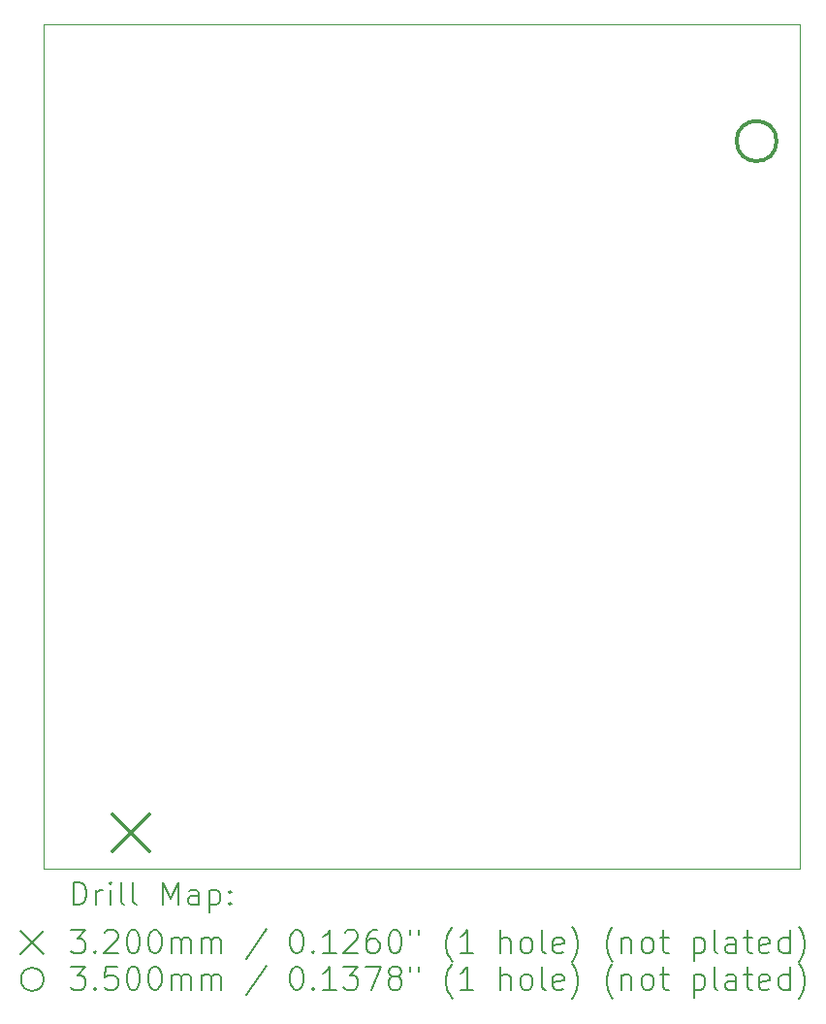
<source format=gbr>
%FSLAX45Y45*%
G04 Gerber Fmt 4.5, Leading zero omitted, Abs format (unit mm)*
G04 Created by KiCad (PCBNEW (5.99.0-9618-g5ca7a2c457)) date 2021-03-10 23:01:31*
%MOMM*%
%LPD*%
G01*
G04 APERTURE LIST*
%TA.AperFunction,Profile*%
%ADD10C,0.050000*%
%TD*%
%ADD11C,0.200000*%
%ADD12C,0.320000*%
%ADD13C,0.350000*%
G04 APERTURE END LIST*
D10*
X10160000Y-9525000D02*
X10160000Y-15113000D01*
X16764000Y-7747000D02*
X16764000Y-9525000D01*
X10160000Y-9525000D02*
X10160000Y-7747000D01*
X10160000Y-7747000D02*
X13335000Y-7747000D01*
X13335000Y-7747000D02*
X16764000Y-7747000D01*
X10160000Y-15113000D02*
X16764000Y-15113000D01*
X16764000Y-15113000D02*
X16764000Y-9525000D01*
D11*
D12*
X10762000Y-14635500D02*
X11082000Y-14955500D01*
X11082000Y-14635500D02*
X10762000Y-14955500D01*
D13*
X16558000Y-8763000D02*
G75*
G03*
X16558000Y-8763000I-175000J0D01*
G01*
D11*
X10415119Y-15425976D02*
X10415119Y-15225976D01*
X10462738Y-15225976D01*
X10491310Y-15235500D01*
X10510357Y-15254548D01*
X10519881Y-15273595D01*
X10529405Y-15311690D01*
X10529405Y-15340262D01*
X10519881Y-15378357D01*
X10510357Y-15397405D01*
X10491310Y-15416452D01*
X10462738Y-15425976D01*
X10415119Y-15425976D01*
X10615119Y-15425976D02*
X10615119Y-15292643D01*
X10615119Y-15330738D02*
X10624643Y-15311690D01*
X10634167Y-15302167D01*
X10653214Y-15292643D01*
X10672262Y-15292643D01*
X10738929Y-15425976D02*
X10738929Y-15292643D01*
X10738929Y-15225976D02*
X10729405Y-15235500D01*
X10738929Y-15245024D01*
X10748452Y-15235500D01*
X10738929Y-15225976D01*
X10738929Y-15245024D01*
X10862738Y-15425976D02*
X10843690Y-15416452D01*
X10834167Y-15397405D01*
X10834167Y-15225976D01*
X10967500Y-15425976D02*
X10948452Y-15416452D01*
X10938929Y-15397405D01*
X10938929Y-15225976D01*
X11196071Y-15425976D02*
X11196071Y-15225976D01*
X11262738Y-15368833D01*
X11329405Y-15225976D01*
X11329405Y-15425976D01*
X11510357Y-15425976D02*
X11510357Y-15321214D01*
X11500833Y-15302167D01*
X11481786Y-15292643D01*
X11443690Y-15292643D01*
X11424643Y-15302167D01*
X11510357Y-15416452D02*
X11491309Y-15425976D01*
X11443690Y-15425976D01*
X11424643Y-15416452D01*
X11415119Y-15397405D01*
X11415119Y-15378357D01*
X11424643Y-15359309D01*
X11443690Y-15349786D01*
X11491309Y-15349786D01*
X11510357Y-15340262D01*
X11605595Y-15292643D02*
X11605595Y-15492643D01*
X11605595Y-15302167D02*
X11624643Y-15292643D01*
X11662738Y-15292643D01*
X11681786Y-15302167D01*
X11691309Y-15311690D01*
X11700833Y-15330738D01*
X11700833Y-15387881D01*
X11691309Y-15406928D01*
X11681786Y-15416452D01*
X11662738Y-15425976D01*
X11624643Y-15425976D01*
X11605595Y-15416452D01*
X11786548Y-15406928D02*
X11796071Y-15416452D01*
X11786548Y-15425976D01*
X11777024Y-15416452D01*
X11786548Y-15406928D01*
X11786548Y-15425976D01*
X11786548Y-15302167D02*
X11796071Y-15311690D01*
X11786548Y-15321214D01*
X11777024Y-15311690D01*
X11786548Y-15302167D01*
X11786548Y-15321214D01*
X9957500Y-15655500D02*
X10157500Y-15855500D01*
X10157500Y-15655500D02*
X9957500Y-15855500D01*
X10396071Y-15645976D02*
X10519881Y-15645976D01*
X10453214Y-15722167D01*
X10481786Y-15722167D01*
X10500833Y-15731690D01*
X10510357Y-15741214D01*
X10519881Y-15760262D01*
X10519881Y-15807881D01*
X10510357Y-15826928D01*
X10500833Y-15836452D01*
X10481786Y-15845976D01*
X10424643Y-15845976D01*
X10405595Y-15836452D01*
X10396071Y-15826928D01*
X10605595Y-15826928D02*
X10615119Y-15836452D01*
X10605595Y-15845976D01*
X10596071Y-15836452D01*
X10605595Y-15826928D01*
X10605595Y-15845976D01*
X10691310Y-15665024D02*
X10700833Y-15655500D01*
X10719881Y-15645976D01*
X10767500Y-15645976D01*
X10786548Y-15655500D01*
X10796071Y-15665024D01*
X10805595Y-15684071D01*
X10805595Y-15703119D01*
X10796071Y-15731690D01*
X10681786Y-15845976D01*
X10805595Y-15845976D01*
X10929405Y-15645976D02*
X10948452Y-15645976D01*
X10967500Y-15655500D01*
X10977024Y-15665024D01*
X10986548Y-15684071D01*
X10996071Y-15722167D01*
X10996071Y-15769786D01*
X10986548Y-15807881D01*
X10977024Y-15826928D01*
X10967500Y-15836452D01*
X10948452Y-15845976D01*
X10929405Y-15845976D01*
X10910357Y-15836452D01*
X10900833Y-15826928D01*
X10891310Y-15807881D01*
X10881786Y-15769786D01*
X10881786Y-15722167D01*
X10891310Y-15684071D01*
X10900833Y-15665024D01*
X10910357Y-15655500D01*
X10929405Y-15645976D01*
X11119881Y-15645976D02*
X11138929Y-15645976D01*
X11157976Y-15655500D01*
X11167500Y-15665024D01*
X11177024Y-15684071D01*
X11186548Y-15722167D01*
X11186548Y-15769786D01*
X11177024Y-15807881D01*
X11167500Y-15826928D01*
X11157976Y-15836452D01*
X11138929Y-15845976D01*
X11119881Y-15845976D01*
X11100833Y-15836452D01*
X11091310Y-15826928D01*
X11081786Y-15807881D01*
X11072262Y-15769786D01*
X11072262Y-15722167D01*
X11081786Y-15684071D01*
X11091310Y-15665024D01*
X11100833Y-15655500D01*
X11119881Y-15645976D01*
X11272262Y-15845976D02*
X11272262Y-15712643D01*
X11272262Y-15731690D02*
X11281786Y-15722167D01*
X11300833Y-15712643D01*
X11329405Y-15712643D01*
X11348452Y-15722167D01*
X11357976Y-15741214D01*
X11357976Y-15845976D01*
X11357976Y-15741214D02*
X11367500Y-15722167D01*
X11386548Y-15712643D01*
X11415119Y-15712643D01*
X11434167Y-15722167D01*
X11443690Y-15741214D01*
X11443690Y-15845976D01*
X11538928Y-15845976D02*
X11538928Y-15712643D01*
X11538928Y-15731690D02*
X11548452Y-15722167D01*
X11567500Y-15712643D01*
X11596071Y-15712643D01*
X11615119Y-15722167D01*
X11624643Y-15741214D01*
X11624643Y-15845976D01*
X11624643Y-15741214D02*
X11634167Y-15722167D01*
X11653214Y-15712643D01*
X11681786Y-15712643D01*
X11700833Y-15722167D01*
X11710357Y-15741214D01*
X11710357Y-15845976D01*
X12100833Y-15636452D02*
X11929405Y-15893595D01*
X12357976Y-15645976D02*
X12377024Y-15645976D01*
X12396071Y-15655500D01*
X12405595Y-15665024D01*
X12415119Y-15684071D01*
X12424643Y-15722167D01*
X12424643Y-15769786D01*
X12415119Y-15807881D01*
X12405595Y-15826928D01*
X12396071Y-15836452D01*
X12377024Y-15845976D01*
X12357976Y-15845976D01*
X12338928Y-15836452D01*
X12329405Y-15826928D01*
X12319881Y-15807881D01*
X12310357Y-15769786D01*
X12310357Y-15722167D01*
X12319881Y-15684071D01*
X12329405Y-15665024D01*
X12338928Y-15655500D01*
X12357976Y-15645976D01*
X12510357Y-15826928D02*
X12519881Y-15836452D01*
X12510357Y-15845976D01*
X12500833Y-15836452D01*
X12510357Y-15826928D01*
X12510357Y-15845976D01*
X12710357Y-15845976D02*
X12596071Y-15845976D01*
X12653214Y-15845976D02*
X12653214Y-15645976D01*
X12634167Y-15674548D01*
X12615119Y-15693595D01*
X12596071Y-15703119D01*
X12786548Y-15665024D02*
X12796071Y-15655500D01*
X12815119Y-15645976D01*
X12862738Y-15645976D01*
X12881786Y-15655500D01*
X12891309Y-15665024D01*
X12900833Y-15684071D01*
X12900833Y-15703119D01*
X12891309Y-15731690D01*
X12777024Y-15845976D01*
X12900833Y-15845976D01*
X13072262Y-15645976D02*
X13034167Y-15645976D01*
X13015119Y-15655500D01*
X13005595Y-15665024D01*
X12986548Y-15693595D01*
X12977024Y-15731690D01*
X12977024Y-15807881D01*
X12986548Y-15826928D01*
X12996071Y-15836452D01*
X13015119Y-15845976D01*
X13053214Y-15845976D01*
X13072262Y-15836452D01*
X13081786Y-15826928D01*
X13091309Y-15807881D01*
X13091309Y-15760262D01*
X13081786Y-15741214D01*
X13072262Y-15731690D01*
X13053214Y-15722167D01*
X13015119Y-15722167D01*
X12996071Y-15731690D01*
X12986548Y-15741214D01*
X12977024Y-15760262D01*
X13215119Y-15645976D02*
X13234167Y-15645976D01*
X13253214Y-15655500D01*
X13262738Y-15665024D01*
X13272262Y-15684071D01*
X13281786Y-15722167D01*
X13281786Y-15769786D01*
X13272262Y-15807881D01*
X13262738Y-15826928D01*
X13253214Y-15836452D01*
X13234167Y-15845976D01*
X13215119Y-15845976D01*
X13196071Y-15836452D01*
X13186548Y-15826928D01*
X13177024Y-15807881D01*
X13167500Y-15769786D01*
X13167500Y-15722167D01*
X13177024Y-15684071D01*
X13186548Y-15665024D01*
X13196071Y-15655500D01*
X13215119Y-15645976D01*
X13357976Y-15645976D02*
X13357976Y-15684071D01*
X13434167Y-15645976D02*
X13434167Y-15684071D01*
X13729405Y-15922167D02*
X13719881Y-15912643D01*
X13700833Y-15884071D01*
X13691309Y-15865024D01*
X13681786Y-15836452D01*
X13672262Y-15788833D01*
X13672262Y-15750738D01*
X13681786Y-15703119D01*
X13691309Y-15674548D01*
X13700833Y-15655500D01*
X13719881Y-15626928D01*
X13729405Y-15617405D01*
X13910357Y-15845976D02*
X13796071Y-15845976D01*
X13853214Y-15845976D02*
X13853214Y-15645976D01*
X13834167Y-15674548D01*
X13815119Y-15693595D01*
X13796071Y-15703119D01*
X14148452Y-15845976D02*
X14148452Y-15645976D01*
X14234167Y-15845976D02*
X14234167Y-15741214D01*
X14224643Y-15722167D01*
X14205595Y-15712643D01*
X14177024Y-15712643D01*
X14157976Y-15722167D01*
X14148452Y-15731690D01*
X14357976Y-15845976D02*
X14338928Y-15836452D01*
X14329405Y-15826928D01*
X14319881Y-15807881D01*
X14319881Y-15750738D01*
X14329405Y-15731690D01*
X14338928Y-15722167D01*
X14357976Y-15712643D01*
X14386548Y-15712643D01*
X14405595Y-15722167D01*
X14415119Y-15731690D01*
X14424643Y-15750738D01*
X14424643Y-15807881D01*
X14415119Y-15826928D01*
X14405595Y-15836452D01*
X14386548Y-15845976D01*
X14357976Y-15845976D01*
X14538928Y-15845976D02*
X14519881Y-15836452D01*
X14510357Y-15817405D01*
X14510357Y-15645976D01*
X14691309Y-15836452D02*
X14672262Y-15845976D01*
X14634167Y-15845976D01*
X14615119Y-15836452D01*
X14605595Y-15817405D01*
X14605595Y-15741214D01*
X14615119Y-15722167D01*
X14634167Y-15712643D01*
X14672262Y-15712643D01*
X14691309Y-15722167D01*
X14700833Y-15741214D01*
X14700833Y-15760262D01*
X14605595Y-15779309D01*
X14767500Y-15922167D02*
X14777024Y-15912643D01*
X14796071Y-15884071D01*
X14805595Y-15865024D01*
X14815119Y-15836452D01*
X14824643Y-15788833D01*
X14824643Y-15750738D01*
X14815119Y-15703119D01*
X14805595Y-15674548D01*
X14796071Y-15655500D01*
X14777024Y-15626928D01*
X14767500Y-15617405D01*
X15129405Y-15922167D02*
X15119881Y-15912643D01*
X15100833Y-15884071D01*
X15091309Y-15865024D01*
X15081786Y-15836452D01*
X15072262Y-15788833D01*
X15072262Y-15750738D01*
X15081786Y-15703119D01*
X15091309Y-15674548D01*
X15100833Y-15655500D01*
X15119881Y-15626928D01*
X15129405Y-15617405D01*
X15205595Y-15712643D02*
X15205595Y-15845976D01*
X15205595Y-15731690D02*
X15215119Y-15722167D01*
X15234167Y-15712643D01*
X15262738Y-15712643D01*
X15281786Y-15722167D01*
X15291309Y-15741214D01*
X15291309Y-15845976D01*
X15415119Y-15845976D02*
X15396071Y-15836452D01*
X15386548Y-15826928D01*
X15377024Y-15807881D01*
X15377024Y-15750738D01*
X15386548Y-15731690D01*
X15396071Y-15722167D01*
X15415119Y-15712643D01*
X15443690Y-15712643D01*
X15462738Y-15722167D01*
X15472262Y-15731690D01*
X15481786Y-15750738D01*
X15481786Y-15807881D01*
X15472262Y-15826928D01*
X15462738Y-15836452D01*
X15443690Y-15845976D01*
X15415119Y-15845976D01*
X15538928Y-15712643D02*
X15615119Y-15712643D01*
X15567500Y-15645976D02*
X15567500Y-15817405D01*
X15577024Y-15836452D01*
X15596071Y-15845976D01*
X15615119Y-15845976D01*
X15834167Y-15712643D02*
X15834167Y-15912643D01*
X15834167Y-15722167D02*
X15853214Y-15712643D01*
X15891309Y-15712643D01*
X15910357Y-15722167D01*
X15919881Y-15731690D01*
X15929405Y-15750738D01*
X15929405Y-15807881D01*
X15919881Y-15826928D01*
X15910357Y-15836452D01*
X15891309Y-15845976D01*
X15853214Y-15845976D01*
X15834167Y-15836452D01*
X16043690Y-15845976D02*
X16024643Y-15836452D01*
X16015119Y-15817405D01*
X16015119Y-15645976D01*
X16205595Y-15845976D02*
X16205595Y-15741214D01*
X16196071Y-15722167D01*
X16177024Y-15712643D01*
X16138928Y-15712643D01*
X16119881Y-15722167D01*
X16205595Y-15836452D02*
X16186548Y-15845976D01*
X16138928Y-15845976D01*
X16119881Y-15836452D01*
X16110357Y-15817405D01*
X16110357Y-15798357D01*
X16119881Y-15779309D01*
X16138928Y-15769786D01*
X16186548Y-15769786D01*
X16205595Y-15760262D01*
X16272262Y-15712643D02*
X16348452Y-15712643D01*
X16300833Y-15645976D02*
X16300833Y-15817405D01*
X16310357Y-15836452D01*
X16329405Y-15845976D01*
X16348452Y-15845976D01*
X16491309Y-15836452D02*
X16472262Y-15845976D01*
X16434167Y-15845976D01*
X16415119Y-15836452D01*
X16405595Y-15817405D01*
X16405595Y-15741214D01*
X16415119Y-15722167D01*
X16434167Y-15712643D01*
X16472262Y-15712643D01*
X16491309Y-15722167D01*
X16500833Y-15741214D01*
X16500833Y-15760262D01*
X16405595Y-15779309D01*
X16672262Y-15845976D02*
X16672262Y-15645976D01*
X16672262Y-15836452D02*
X16653214Y-15845976D01*
X16615119Y-15845976D01*
X16596071Y-15836452D01*
X16586548Y-15826928D01*
X16577024Y-15807881D01*
X16577024Y-15750738D01*
X16586548Y-15731690D01*
X16596071Y-15722167D01*
X16615119Y-15712643D01*
X16653214Y-15712643D01*
X16672262Y-15722167D01*
X16748452Y-15922167D02*
X16757976Y-15912643D01*
X16777024Y-15884071D01*
X16786548Y-15865024D01*
X16796071Y-15836452D01*
X16805595Y-15788833D01*
X16805595Y-15750738D01*
X16796071Y-15703119D01*
X16786548Y-15674548D01*
X16777024Y-15655500D01*
X16757976Y-15626928D01*
X16748452Y-15617405D01*
X10157500Y-16075500D02*
G75*
G03*
X10157500Y-16075500I-100000J0D01*
G01*
X10396071Y-15965976D02*
X10519881Y-15965976D01*
X10453214Y-16042167D01*
X10481786Y-16042167D01*
X10500833Y-16051690D01*
X10510357Y-16061214D01*
X10519881Y-16080262D01*
X10519881Y-16127881D01*
X10510357Y-16146928D01*
X10500833Y-16156452D01*
X10481786Y-16165976D01*
X10424643Y-16165976D01*
X10405595Y-16156452D01*
X10396071Y-16146928D01*
X10605595Y-16146928D02*
X10615119Y-16156452D01*
X10605595Y-16165976D01*
X10596071Y-16156452D01*
X10605595Y-16146928D01*
X10605595Y-16165976D01*
X10796071Y-15965976D02*
X10700833Y-15965976D01*
X10691310Y-16061214D01*
X10700833Y-16051690D01*
X10719881Y-16042167D01*
X10767500Y-16042167D01*
X10786548Y-16051690D01*
X10796071Y-16061214D01*
X10805595Y-16080262D01*
X10805595Y-16127881D01*
X10796071Y-16146928D01*
X10786548Y-16156452D01*
X10767500Y-16165976D01*
X10719881Y-16165976D01*
X10700833Y-16156452D01*
X10691310Y-16146928D01*
X10929405Y-15965976D02*
X10948452Y-15965976D01*
X10967500Y-15975500D01*
X10977024Y-15985024D01*
X10986548Y-16004071D01*
X10996071Y-16042167D01*
X10996071Y-16089786D01*
X10986548Y-16127881D01*
X10977024Y-16146928D01*
X10967500Y-16156452D01*
X10948452Y-16165976D01*
X10929405Y-16165976D01*
X10910357Y-16156452D01*
X10900833Y-16146928D01*
X10891310Y-16127881D01*
X10881786Y-16089786D01*
X10881786Y-16042167D01*
X10891310Y-16004071D01*
X10900833Y-15985024D01*
X10910357Y-15975500D01*
X10929405Y-15965976D01*
X11119881Y-15965976D02*
X11138929Y-15965976D01*
X11157976Y-15975500D01*
X11167500Y-15985024D01*
X11177024Y-16004071D01*
X11186548Y-16042167D01*
X11186548Y-16089786D01*
X11177024Y-16127881D01*
X11167500Y-16146928D01*
X11157976Y-16156452D01*
X11138929Y-16165976D01*
X11119881Y-16165976D01*
X11100833Y-16156452D01*
X11091310Y-16146928D01*
X11081786Y-16127881D01*
X11072262Y-16089786D01*
X11072262Y-16042167D01*
X11081786Y-16004071D01*
X11091310Y-15985024D01*
X11100833Y-15975500D01*
X11119881Y-15965976D01*
X11272262Y-16165976D02*
X11272262Y-16032643D01*
X11272262Y-16051690D02*
X11281786Y-16042167D01*
X11300833Y-16032643D01*
X11329405Y-16032643D01*
X11348452Y-16042167D01*
X11357976Y-16061214D01*
X11357976Y-16165976D01*
X11357976Y-16061214D02*
X11367500Y-16042167D01*
X11386548Y-16032643D01*
X11415119Y-16032643D01*
X11434167Y-16042167D01*
X11443690Y-16061214D01*
X11443690Y-16165976D01*
X11538928Y-16165976D02*
X11538928Y-16032643D01*
X11538928Y-16051690D02*
X11548452Y-16042167D01*
X11567500Y-16032643D01*
X11596071Y-16032643D01*
X11615119Y-16042167D01*
X11624643Y-16061214D01*
X11624643Y-16165976D01*
X11624643Y-16061214D02*
X11634167Y-16042167D01*
X11653214Y-16032643D01*
X11681786Y-16032643D01*
X11700833Y-16042167D01*
X11710357Y-16061214D01*
X11710357Y-16165976D01*
X12100833Y-15956452D02*
X11929405Y-16213595D01*
X12357976Y-15965976D02*
X12377024Y-15965976D01*
X12396071Y-15975500D01*
X12405595Y-15985024D01*
X12415119Y-16004071D01*
X12424643Y-16042167D01*
X12424643Y-16089786D01*
X12415119Y-16127881D01*
X12405595Y-16146928D01*
X12396071Y-16156452D01*
X12377024Y-16165976D01*
X12357976Y-16165976D01*
X12338928Y-16156452D01*
X12329405Y-16146928D01*
X12319881Y-16127881D01*
X12310357Y-16089786D01*
X12310357Y-16042167D01*
X12319881Y-16004071D01*
X12329405Y-15985024D01*
X12338928Y-15975500D01*
X12357976Y-15965976D01*
X12510357Y-16146928D02*
X12519881Y-16156452D01*
X12510357Y-16165976D01*
X12500833Y-16156452D01*
X12510357Y-16146928D01*
X12510357Y-16165976D01*
X12710357Y-16165976D02*
X12596071Y-16165976D01*
X12653214Y-16165976D02*
X12653214Y-15965976D01*
X12634167Y-15994548D01*
X12615119Y-16013595D01*
X12596071Y-16023119D01*
X12777024Y-15965976D02*
X12900833Y-15965976D01*
X12834167Y-16042167D01*
X12862738Y-16042167D01*
X12881786Y-16051690D01*
X12891309Y-16061214D01*
X12900833Y-16080262D01*
X12900833Y-16127881D01*
X12891309Y-16146928D01*
X12881786Y-16156452D01*
X12862738Y-16165976D01*
X12805595Y-16165976D01*
X12786548Y-16156452D01*
X12777024Y-16146928D01*
X12967500Y-15965976D02*
X13100833Y-15965976D01*
X13015119Y-16165976D01*
X13205595Y-16051690D02*
X13186548Y-16042167D01*
X13177024Y-16032643D01*
X13167500Y-16013595D01*
X13167500Y-16004071D01*
X13177024Y-15985024D01*
X13186548Y-15975500D01*
X13205595Y-15965976D01*
X13243690Y-15965976D01*
X13262738Y-15975500D01*
X13272262Y-15985024D01*
X13281786Y-16004071D01*
X13281786Y-16013595D01*
X13272262Y-16032643D01*
X13262738Y-16042167D01*
X13243690Y-16051690D01*
X13205595Y-16051690D01*
X13186548Y-16061214D01*
X13177024Y-16070738D01*
X13167500Y-16089786D01*
X13167500Y-16127881D01*
X13177024Y-16146928D01*
X13186548Y-16156452D01*
X13205595Y-16165976D01*
X13243690Y-16165976D01*
X13262738Y-16156452D01*
X13272262Y-16146928D01*
X13281786Y-16127881D01*
X13281786Y-16089786D01*
X13272262Y-16070738D01*
X13262738Y-16061214D01*
X13243690Y-16051690D01*
X13357976Y-15965976D02*
X13357976Y-16004071D01*
X13434167Y-15965976D02*
X13434167Y-16004071D01*
X13729405Y-16242167D02*
X13719881Y-16232643D01*
X13700833Y-16204071D01*
X13691309Y-16185024D01*
X13681786Y-16156452D01*
X13672262Y-16108833D01*
X13672262Y-16070738D01*
X13681786Y-16023119D01*
X13691309Y-15994548D01*
X13700833Y-15975500D01*
X13719881Y-15946928D01*
X13729405Y-15937405D01*
X13910357Y-16165976D02*
X13796071Y-16165976D01*
X13853214Y-16165976D02*
X13853214Y-15965976D01*
X13834167Y-15994548D01*
X13815119Y-16013595D01*
X13796071Y-16023119D01*
X14148452Y-16165976D02*
X14148452Y-15965976D01*
X14234167Y-16165976D02*
X14234167Y-16061214D01*
X14224643Y-16042167D01*
X14205595Y-16032643D01*
X14177024Y-16032643D01*
X14157976Y-16042167D01*
X14148452Y-16051690D01*
X14357976Y-16165976D02*
X14338928Y-16156452D01*
X14329405Y-16146928D01*
X14319881Y-16127881D01*
X14319881Y-16070738D01*
X14329405Y-16051690D01*
X14338928Y-16042167D01*
X14357976Y-16032643D01*
X14386548Y-16032643D01*
X14405595Y-16042167D01*
X14415119Y-16051690D01*
X14424643Y-16070738D01*
X14424643Y-16127881D01*
X14415119Y-16146928D01*
X14405595Y-16156452D01*
X14386548Y-16165976D01*
X14357976Y-16165976D01*
X14538928Y-16165976D02*
X14519881Y-16156452D01*
X14510357Y-16137405D01*
X14510357Y-15965976D01*
X14691309Y-16156452D02*
X14672262Y-16165976D01*
X14634167Y-16165976D01*
X14615119Y-16156452D01*
X14605595Y-16137405D01*
X14605595Y-16061214D01*
X14615119Y-16042167D01*
X14634167Y-16032643D01*
X14672262Y-16032643D01*
X14691309Y-16042167D01*
X14700833Y-16061214D01*
X14700833Y-16080262D01*
X14605595Y-16099309D01*
X14767500Y-16242167D02*
X14777024Y-16232643D01*
X14796071Y-16204071D01*
X14805595Y-16185024D01*
X14815119Y-16156452D01*
X14824643Y-16108833D01*
X14824643Y-16070738D01*
X14815119Y-16023119D01*
X14805595Y-15994548D01*
X14796071Y-15975500D01*
X14777024Y-15946928D01*
X14767500Y-15937405D01*
X15129405Y-16242167D02*
X15119881Y-16232643D01*
X15100833Y-16204071D01*
X15091309Y-16185024D01*
X15081786Y-16156452D01*
X15072262Y-16108833D01*
X15072262Y-16070738D01*
X15081786Y-16023119D01*
X15091309Y-15994548D01*
X15100833Y-15975500D01*
X15119881Y-15946928D01*
X15129405Y-15937405D01*
X15205595Y-16032643D02*
X15205595Y-16165976D01*
X15205595Y-16051690D02*
X15215119Y-16042167D01*
X15234167Y-16032643D01*
X15262738Y-16032643D01*
X15281786Y-16042167D01*
X15291309Y-16061214D01*
X15291309Y-16165976D01*
X15415119Y-16165976D02*
X15396071Y-16156452D01*
X15386548Y-16146928D01*
X15377024Y-16127881D01*
X15377024Y-16070738D01*
X15386548Y-16051690D01*
X15396071Y-16042167D01*
X15415119Y-16032643D01*
X15443690Y-16032643D01*
X15462738Y-16042167D01*
X15472262Y-16051690D01*
X15481786Y-16070738D01*
X15481786Y-16127881D01*
X15472262Y-16146928D01*
X15462738Y-16156452D01*
X15443690Y-16165976D01*
X15415119Y-16165976D01*
X15538928Y-16032643D02*
X15615119Y-16032643D01*
X15567500Y-15965976D02*
X15567500Y-16137405D01*
X15577024Y-16156452D01*
X15596071Y-16165976D01*
X15615119Y-16165976D01*
X15834167Y-16032643D02*
X15834167Y-16232643D01*
X15834167Y-16042167D02*
X15853214Y-16032643D01*
X15891309Y-16032643D01*
X15910357Y-16042167D01*
X15919881Y-16051690D01*
X15929405Y-16070738D01*
X15929405Y-16127881D01*
X15919881Y-16146928D01*
X15910357Y-16156452D01*
X15891309Y-16165976D01*
X15853214Y-16165976D01*
X15834167Y-16156452D01*
X16043690Y-16165976D02*
X16024643Y-16156452D01*
X16015119Y-16137405D01*
X16015119Y-15965976D01*
X16205595Y-16165976D02*
X16205595Y-16061214D01*
X16196071Y-16042167D01*
X16177024Y-16032643D01*
X16138928Y-16032643D01*
X16119881Y-16042167D01*
X16205595Y-16156452D02*
X16186548Y-16165976D01*
X16138928Y-16165976D01*
X16119881Y-16156452D01*
X16110357Y-16137405D01*
X16110357Y-16118357D01*
X16119881Y-16099309D01*
X16138928Y-16089786D01*
X16186548Y-16089786D01*
X16205595Y-16080262D01*
X16272262Y-16032643D02*
X16348452Y-16032643D01*
X16300833Y-15965976D02*
X16300833Y-16137405D01*
X16310357Y-16156452D01*
X16329405Y-16165976D01*
X16348452Y-16165976D01*
X16491309Y-16156452D02*
X16472262Y-16165976D01*
X16434167Y-16165976D01*
X16415119Y-16156452D01*
X16405595Y-16137405D01*
X16405595Y-16061214D01*
X16415119Y-16042167D01*
X16434167Y-16032643D01*
X16472262Y-16032643D01*
X16491309Y-16042167D01*
X16500833Y-16061214D01*
X16500833Y-16080262D01*
X16405595Y-16099309D01*
X16672262Y-16165976D02*
X16672262Y-15965976D01*
X16672262Y-16156452D02*
X16653214Y-16165976D01*
X16615119Y-16165976D01*
X16596071Y-16156452D01*
X16586548Y-16146928D01*
X16577024Y-16127881D01*
X16577024Y-16070738D01*
X16586548Y-16051690D01*
X16596071Y-16042167D01*
X16615119Y-16032643D01*
X16653214Y-16032643D01*
X16672262Y-16042167D01*
X16748452Y-16242167D02*
X16757976Y-16232643D01*
X16777024Y-16204071D01*
X16786548Y-16185024D01*
X16796071Y-16156452D01*
X16805595Y-16108833D01*
X16805595Y-16070738D01*
X16796071Y-16023119D01*
X16786548Y-15994548D01*
X16777024Y-15975500D01*
X16757976Y-15946928D01*
X16748452Y-15937405D01*
M02*

</source>
